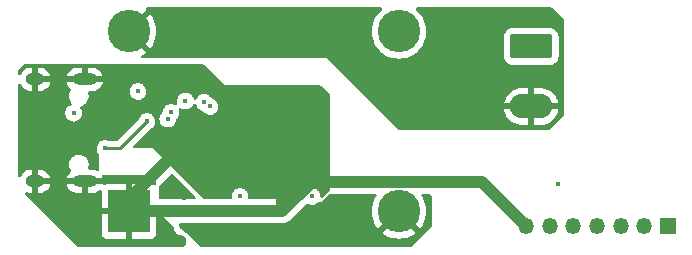
<source format=gbl>
%TF.GenerationSoftware,KiCad,Pcbnew,6.0.0*%
%TF.CreationDate,2021-12-30T08:36:24-05:00*%
%TF.ProjectId,usb_pd_sink_fixed,7573625f-7064-45f7-9369-6e6b5f666978,rev?*%
%TF.SameCoordinates,Original*%
%TF.FileFunction,Copper,L4,Bot*%
%TF.FilePolarity,Positive*%
%FSLAX46Y46*%
G04 Gerber Fmt 4.6, Leading zero omitted, Abs format (unit mm)*
G04 Created by KiCad (PCBNEW 6.0.0) date 2021-12-30 08:36:24*
%MOMM*%
%LPD*%
G01*
G04 APERTURE LIST*
G04 Aperture macros list*
%AMRoundRect*
0 Rectangle with rounded corners*
0 $1 Rounding radius*
0 $2 $3 $4 $5 $6 $7 $8 $9 X,Y pos of 4 corners*
0 Add a 4 corners polygon primitive as box body*
4,1,4,$2,$3,$4,$5,$6,$7,$8,$9,$2,$3,0*
0 Add four circle primitives for the rounded corners*
1,1,$1+$1,$2,$3*
1,1,$1+$1,$4,$5*
1,1,$1+$1,$6,$7*
1,1,$1+$1,$8,$9*
0 Add four rect primitives between the rounded corners*
20,1,$1+$1,$2,$3,$4,$5,0*
20,1,$1+$1,$4,$5,$6,$7,0*
20,1,$1+$1,$6,$7,$8,$9,0*
20,1,$1+$1,$8,$9,$2,$3,0*%
G04 Aperture macros list end*
%TA.AperFunction,ComponentPad*%
%ADD10O,1.600000X1.000000*%
%TD*%
%TA.AperFunction,ComponentPad*%
%ADD11O,2.100000X1.000000*%
%TD*%
%TA.AperFunction,ComponentPad*%
%ADD12RoundRect,0.249999X-1.550001X0.790001X-1.550001X-0.790001X1.550001X-0.790001X1.550001X0.790001X0*%
%TD*%
%TA.AperFunction,ComponentPad*%
%ADD13O,3.600000X2.080000*%
%TD*%
%TA.AperFunction,ComponentPad*%
%ADD14R,3.600000X3.600000*%
%TD*%
%TA.AperFunction,ComponentPad*%
%ADD15C,3.600000*%
%TD*%
%TA.AperFunction,ComponentPad*%
%ADD16R,1.350000X1.350000*%
%TD*%
%TA.AperFunction,ComponentPad*%
%ADD17O,1.350000X1.350000*%
%TD*%
%TA.AperFunction,ViaPad*%
%ADD18C,0.400000*%
%TD*%
%TA.AperFunction,Conductor*%
%ADD19C,0.500000*%
%TD*%
%TA.AperFunction,Conductor*%
%ADD20C,1.000000*%
%TD*%
%TA.AperFunction,Conductor*%
%ADD21C,0.250000*%
%TD*%
G04 APERTURE END LIST*
D10*
%TO.P,J1,S1,SHIELD*%
%TO.N,GND*%
X52265000Y-74420000D03*
D11*
X56445000Y-74420000D03*
D10*
X52265000Y-83060000D03*
D11*
X56445000Y-83060000D03*
%TD*%
D12*
%TO.P,J2,1,Pin_1*%
%TO.N,VBUS_OUT*%
X94266500Y-71628000D03*
D13*
%TO.P,J2,2,Pin_2*%
%TO.N,GND2*%
X94266500Y-76708000D03*
%TD*%
D14*
%TO.P,T1,1,AA*%
%TO.N,GND*%
X60198000Y-85593000D03*
D15*
%TO.P,T1,2,AB*%
%TO.N,GND2*%
X60198000Y-70353000D03*
%TO.P,T1,3,SA*%
%TO.N,VBUS_OUT*%
X83058000Y-70353000D03*
%TO.P,T1,4,SB*%
%TO.N,VBUS_IN*%
X83058000Y-85593000D03*
%TD*%
D16*
%TO.P,J3,1,Pin_1*%
%TO.N,+3V3*%
X105822000Y-86868000D03*
D17*
%TO.P,J3,2,Pin_2*%
%TO.N,HPI_INT*%
X103822000Y-86868000D03*
%TO.P,J3,3,Pin_3*%
%TO.N,GPIO_1*%
X101822000Y-86868000D03*
%TO.P,J3,4,Pin_4*%
%TO.N,FLIP*%
X99822000Y-86868000D03*
%TO.P,J3,5,Pin_5*%
%TO.N,HPI_SDA*%
X97822000Y-86868000D03*
%TO.P,J3,6,Pin_6*%
%TO.N,HPI_SCL*%
X95822000Y-86868000D03*
%TO.P,J3,7,Pin_7*%
%TO.N,GND*%
X93822000Y-86868000D03*
%TD*%
D18*
%TO.N,VBUS_IN*%
X63516500Y-83062266D03*
X55510987Y-77273286D03*
X64892734Y-84459266D03*
X60960000Y-75438000D03*
X64716264Y-86921737D03*
%TO.N,GND*%
X65532000Y-79248000D03*
X70612000Y-76454000D03*
X70104000Y-82025500D03*
X73152000Y-84074000D03*
X65532000Y-79248000D03*
X70612000Y-78486000D03*
X65532000Y-78486000D03*
X70612000Y-80518000D03*
X65532000Y-79248000D03*
%TO.N,+3V3*%
X96520000Y-83312000D03*
X75692000Y-84328000D03*
X69596000Y-84328000D03*
%TO.N,CC2*%
X61722000Y-77978000D03*
X58166000Y-80264000D03*
%TO.N,HPI_INT*%
X67056000Y-76708000D03*
%TO.N,GPIO_1*%
X66562797Y-76367185D03*
%TO.N,FLIP*%
X64978873Y-76251498D03*
%TO.N,HPI_SDA*%
X63754000Y-77216000D03*
%TO.N,HPI_SCL*%
X63485894Y-77752211D03*
%TD*%
D19*
%TO.N,GND*%
X70612000Y-80518000D02*
X70612000Y-81517500D01*
D20*
X90047489Y-83093489D02*
X75654409Y-83093489D01*
X93822000Y-86868000D02*
X90047489Y-83093489D01*
X73154898Y-85593000D02*
X60198000Y-85593000D01*
X70612000Y-81534000D02*
X73152000Y-84074000D01*
D19*
X70612000Y-78486000D02*
X70612000Y-80518000D01*
D20*
X70612000Y-80518000D02*
X70612000Y-81534000D01*
X73152000Y-84074000D02*
X73152000Y-85590102D01*
X60198000Y-84582000D02*
X61722000Y-83058000D01*
X60198000Y-85593000D02*
X60198000Y-84582000D01*
X75654409Y-83093489D02*
X73154898Y-85593000D01*
D19*
X70612000Y-81517500D02*
X70104000Y-82025500D01*
D20*
X73152000Y-85590102D02*
X73154898Y-85593000D01*
D19*
X70612000Y-76454000D02*
X70612000Y-78486000D01*
D20*
X65532000Y-79248000D02*
X61722000Y-83058000D01*
D21*
%TO.N,CC2*%
X59436000Y-80264000D02*
X61722000Y-77978000D01*
X58166000Y-80264000D02*
X59436000Y-80264000D01*
%TD*%
%TA.AperFunction,Conductor*%
%TO.N,GND*%
G36*
X66563931Y-73172002D02*
G01*
X66584905Y-73188905D01*
X68326000Y-74930000D01*
X76401810Y-74930000D01*
X76469931Y-74950002D01*
X76490905Y-74966905D01*
X77179095Y-75655095D01*
X77213121Y-75717407D01*
X77216000Y-75744190D01*
X77216000Y-83767810D01*
X77195998Y-83835931D01*
X77179095Y-83856905D01*
X76620625Y-84415375D01*
X76558313Y-84449401D01*
X76487498Y-84444336D01*
X76430662Y-84401789D01*
X76405721Y-84333209D01*
X76405661Y-84332115D01*
X76405704Y-84328000D01*
X76403888Y-84312995D01*
X76386015Y-84165299D01*
X76386014Y-84165296D01*
X76385102Y-84157758D01*
X76345967Y-84054188D01*
X76327171Y-84004447D01*
X76324487Y-83997344D01*
X76257413Y-83899751D01*
X76231659Y-83862278D01*
X76231658Y-83862276D01*
X76227357Y-83856019D01*
X76221686Y-83850966D01*
X76104993Y-83746996D01*
X76104990Y-83746994D01*
X76099321Y-83741943D01*
X76091325Y-83737709D01*
X75954481Y-83665254D01*
X75954482Y-83665254D01*
X75947769Y-83661700D01*
X75877406Y-83644026D01*
X75788822Y-83621775D01*
X75788818Y-83621775D01*
X75781451Y-83619924D01*
X75773852Y-83619884D01*
X75773850Y-83619884D01*
X75702394Y-83619510D01*
X75609969Y-83619026D01*
X75602589Y-83620798D01*
X75602587Y-83620798D01*
X75450602Y-83657286D01*
X75450598Y-83657287D01*
X75443223Y-83659058D01*
X75290839Y-83737709D01*
X75161615Y-83850439D01*
X75063010Y-83990739D01*
X75034008Y-84065124D01*
X75007004Y-84134387D01*
X75000718Y-84150509D01*
X74999726Y-84158042D01*
X74999726Y-84158043D01*
X74983437Y-84281775D01*
X74978335Y-84320526D01*
X74987307Y-84401789D01*
X74991765Y-84442173D01*
X74979359Y-84512078D01*
X74931129Y-84564178D01*
X74866526Y-84582000D01*
X70420727Y-84582000D01*
X70352606Y-84561998D01*
X70306113Y-84508342D01*
X70295984Y-84438247D01*
X70308966Y-84347031D01*
X70308966Y-84347027D01*
X70309547Y-84342947D01*
X70309621Y-84335857D01*
X70309661Y-84332133D01*
X70309661Y-84332127D01*
X70309704Y-84328000D01*
X70304110Y-84281775D01*
X70290015Y-84165299D01*
X70290014Y-84165296D01*
X70289102Y-84157758D01*
X70249967Y-84054188D01*
X70231171Y-84004447D01*
X70228487Y-83997344D01*
X70161413Y-83899751D01*
X70135659Y-83862278D01*
X70135658Y-83862276D01*
X70131357Y-83856019D01*
X70125686Y-83850966D01*
X70008993Y-83746996D01*
X70008990Y-83746994D01*
X70003321Y-83741943D01*
X69995325Y-83737709D01*
X69858481Y-83665254D01*
X69858482Y-83665254D01*
X69851769Y-83661700D01*
X69781406Y-83644026D01*
X69692822Y-83621775D01*
X69692818Y-83621775D01*
X69685451Y-83619924D01*
X69677852Y-83619884D01*
X69677850Y-83619884D01*
X69606394Y-83619510D01*
X69513969Y-83619026D01*
X69506589Y-83620798D01*
X69506587Y-83620798D01*
X69354602Y-83657286D01*
X69354598Y-83657287D01*
X69347223Y-83659058D01*
X69194839Y-83737709D01*
X69065615Y-83850439D01*
X68967010Y-83990739D01*
X68938008Y-84065124D01*
X68911004Y-84134387D01*
X68904718Y-84150509D01*
X68903726Y-84158042D01*
X68903726Y-84158043D01*
X68887437Y-84281775D01*
X68882335Y-84320526D01*
X68891307Y-84401789D01*
X68895765Y-84442173D01*
X68883359Y-84512078D01*
X68835129Y-84564178D01*
X68770526Y-84582000D01*
X66600190Y-84582000D01*
X66532069Y-84561998D01*
X66511095Y-84545095D01*
X62230000Y-80264000D01*
X60636094Y-80264000D01*
X60567973Y-80243998D01*
X60521480Y-80190342D01*
X60511376Y-80120068D01*
X60540870Y-80055488D01*
X60546999Y-80048905D01*
X61918224Y-78677680D01*
X61961963Y-78649921D01*
X61963759Y-78649510D01*
X62116958Y-78572459D01*
X62122729Y-78567530D01*
X62122732Y-78567528D01*
X62241578Y-78466023D01*
X62247355Y-78461089D01*
X62327123Y-78350082D01*
X62342992Y-78327998D01*
X62342993Y-78327997D01*
X62347424Y-78321830D01*
X62411385Y-78162720D01*
X62423695Y-78076226D01*
X62434966Y-77997031D01*
X62434966Y-77997027D01*
X62435547Y-77992947D01*
X62435704Y-77978000D01*
X62427189Y-77907636D01*
X62416015Y-77815299D01*
X62416014Y-77815296D01*
X62415102Y-77807758D01*
X62402624Y-77774734D01*
X62391289Y-77744737D01*
X62772229Y-77744737D01*
X62791047Y-77915186D01*
X62793656Y-77922317D01*
X62793657Y-77922319D01*
X62814907Y-77980387D01*
X62849979Y-78076226D01*
X62945624Y-78218560D01*
X63072459Y-78333971D01*
X63223162Y-78415796D01*
X63389033Y-78459312D01*
X63476480Y-78460685D01*
X63552897Y-78461886D01*
X63552900Y-78461886D01*
X63560496Y-78462005D01*
X63567900Y-78460309D01*
X63567902Y-78460309D01*
X63630740Y-78445917D01*
X63727653Y-78423721D01*
X63880852Y-78346670D01*
X63886623Y-78341741D01*
X63886626Y-78341739D01*
X64005472Y-78240234D01*
X64011249Y-78235300D01*
X64111318Y-78096041D01*
X64175279Y-77936931D01*
X64184640Y-77871157D01*
X64192703Y-77814504D01*
X64222104Y-77749881D01*
X64235615Y-77736447D01*
X64273578Y-77704023D01*
X64279355Y-77699089D01*
X64379424Y-77559830D01*
X64443385Y-77400720D01*
X64447257Y-77373511D01*
X64466966Y-77235031D01*
X64466966Y-77235027D01*
X64467547Y-77230947D01*
X64467704Y-77216000D01*
X64454947Y-77110585D01*
X64448015Y-77053299D01*
X64448014Y-77053296D01*
X64447102Y-77045758D01*
X64444363Y-77038509D01*
X64435292Y-77014502D01*
X64429924Y-76943708D01*
X64463682Y-76881251D01*
X64525849Y-76846960D01*
X64596685Y-76851722D01*
X64613279Y-76859234D01*
X64716141Y-76915083D01*
X64882012Y-76958599D01*
X64969459Y-76959972D01*
X65045876Y-76961173D01*
X65045879Y-76961173D01*
X65053475Y-76961292D01*
X65060879Y-76959596D01*
X65060881Y-76959596D01*
X65134958Y-76942630D01*
X65220632Y-76923008D01*
X65373831Y-76845957D01*
X65379602Y-76841028D01*
X65379605Y-76841026D01*
X65498451Y-76739521D01*
X65504228Y-76734587D01*
X65592968Y-76611094D01*
X65599865Y-76601496D01*
X65599866Y-76601495D01*
X65604297Y-76595328D01*
X65607128Y-76588284D01*
X65607132Y-76588278D01*
X65632446Y-76525307D01*
X65676413Y-76469563D01*
X65743538Y-76446438D01*
X65812509Y-76463275D01*
X65861429Y-76514728D01*
X65867203Y-76530433D01*
X65867950Y-76530160D01*
X65926882Y-76691200D01*
X65931119Y-76697506D01*
X65931121Y-76697509D01*
X65962375Y-76744019D01*
X66022527Y-76833534D01*
X66042515Y-76851722D01*
X66143607Y-76943708D01*
X66149362Y-76948945D01*
X66300065Y-77030770D01*
X66398704Y-77056648D01*
X66459519Y-77093282D01*
X66471311Y-77108248D01*
X66500997Y-77152425D01*
X66515730Y-77174349D01*
X66561504Y-77216000D01*
X66636354Y-77284108D01*
X66642565Y-77289760D01*
X66793268Y-77371585D01*
X66959139Y-77415101D01*
X67046586Y-77416474D01*
X67123003Y-77417675D01*
X67123006Y-77417675D01*
X67130602Y-77417794D01*
X67138006Y-77416098D01*
X67138008Y-77416098D01*
X67240177Y-77392698D01*
X67297759Y-77379510D01*
X67450958Y-77302459D01*
X67456729Y-77297530D01*
X67456732Y-77297528D01*
X67575578Y-77196023D01*
X67581355Y-77191089D01*
X67681424Y-77051830D01*
X67745385Y-76892720D01*
X67767342Y-76738439D01*
X67768966Y-76727031D01*
X67768966Y-76727027D01*
X67769547Y-76722947D01*
X67769704Y-76708000D01*
X67764923Y-76668489D01*
X67750015Y-76545299D01*
X67750014Y-76545296D01*
X67749102Y-76537758D01*
X67744398Y-76525307D01*
X67691171Y-76384447D01*
X67688487Y-76377344D01*
X67602048Y-76251574D01*
X67595659Y-76242278D01*
X67595658Y-76242276D01*
X67591357Y-76236019D01*
X67501510Y-76155968D01*
X67468993Y-76126996D01*
X67468990Y-76126994D01*
X67463321Y-76121943D01*
X67311769Y-76041700D01*
X67304406Y-76039851D01*
X67304402Y-76039849D01*
X67221453Y-76019014D01*
X67160257Y-75983019D01*
X67148308Y-75968178D01*
X67115944Y-75921089D01*
X67098154Y-75895204D01*
X66994889Y-75803198D01*
X66975790Y-75786181D01*
X66975787Y-75786179D01*
X66970118Y-75781128D01*
X66962122Y-75776894D01*
X66847024Y-75715953D01*
X66818566Y-75700885D01*
X66800993Y-75696471D01*
X66659619Y-75660960D01*
X66659615Y-75660960D01*
X66652248Y-75659109D01*
X66644649Y-75659069D01*
X66644647Y-75659069D01*
X66573191Y-75658695D01*
X66480766Y-75658211D01*
X66473386Y-75659983D01*
X66473384Y-75659983D01*
X66321399Y-75696471D01*
X66321395Y-75696472D01*
X66314020Y-75698243D01*
X66161636Y-75776894D01*
X66032412Y-75889624D01*
X65933807Y-76029924D01*
X65929216Y-76041700D01*
X65909583Y-76092055D01*
X65866202Y-76148256D01*
X65799322Y-76172082D01*
X65730179Y-76155968D01*
X65680723Y-76105030D01*
X65672106Y-76082339D01*
X65671975Y-76081256D01*
X65611360Y-75920842D01*
X65594175Y-75895838D01*
X65518532Y-75785776D01*
X65518531Y-75785774D01*
X65514230Y-75779517D01*
X65508559Y-75774464D01*
X65391866Y-75670494D01*
X65391863Y-75670492D01*
X65386194Y-75665441D01*
X65378198Y-75661207D01*
X65241354Y-75588752D01*
X65241355Y-75588752D01*
X65234642Y-75585198D01*
X65217069Y-75580784D01*
X65075695Y-75545273D01*
X65075691Y-75545273D01*
X65068324Y-75543422D01*
X65060725Y-75543382D01*
X65060723Y-75543382D01*
X64989267Y-75543008D01*
X64896842Y-75542524D01*
X64889462Y-75544296D01*
X64889460Y-75544296D01*
X64737475Y-75580784D01*
X64737471Y-75580785D01*
X64730096Y-75582556D01*
X64577712Y-75661207D01*
X64448488Y-75773937D01*
X64349883Y-75914237D01*
X64328852Y-75968178D01*
X64300909Y-76039849D01*
X64287591Y-76074007D01*
X64286599Y-76081540D01*
X64286599Y-76081541D01*
X64266262Y-76236019D01*
X64265208Y-76244024D01*
X64273467Y-76318836D01*
X64282799Y-76403356D01*
X64284026Y-76414473D01*
X64298513Y-76454061D01*
X64303140Y-76524905D01*
X64268730Y-76587006D01*
X64206208Y-76620645D01*
X64135425Y-76615142D01*
X64121237Y-76608720D01*
X64009769Y-76549700D01*
X63962226Y-76537758D01*
X63850822Y-76509775D01*
X63850818Y-76509775D01*
X63843451Y-76507924D01*
X63835852Y-76507884D01*
X63835850Y-76507884D01*
X63764394Y-76507510D01*
X63671969Y-76507026D01*
X63664589Y-76508798D01*
X63664587Y-76508798D01*
X63512602Y-76545286D01*
X63512598Y-76545287D01*
X63505223Y-76547058D01*
X63352839Y-76625709D01*
X63223615Y-76738439D01*
X63125010Y-76878739D01*
X63062718Y-77038509D01*
X63061726Y-77046042D01*
X63061726Y-77046043D01*
X63047721Y-77152425D01*
X63018999Y-77217352D01*
X63005629Y-77230927D01*
X62955509Y-77274650D01*
X62856904Y-77414950D01*
X62854144Y-77422030D01*
X62798013Y-77565998D01*
X62794612Y-77574720D01*
X62793620Y-77582253D01*
X62793620Y-77582254D01*
X62773731Y-77733329D01*
X62772229Y-77744737D01*
X62391289Y-77744737D01*
X62357171Y-77654447D01*
X62354487Y-77647344D01*
X62328870Y-77610071D01*
X62261659Y-77512278D01*
X62261658Y-77512276D01*
X62257357Y-77506019D01*
X62251686Y-77500966D01*
X62134993Y-77396996D01*
X62134990Y-77396994D01*
X62129321Y-77391943D01*
X62121325Y-77387709D01*
X61984481Y-77315254D01*
X61984482Y-77315254D01*
X61977769Y-77311700D01*
X61921348Y-77297528D01*
X61818822Y-77271775D01*
X61818818Y-77271775D01*
X61811451Y-77269924D01*
X61803852Y-77269884D01*
X61803850Y-77269884D01*
X61732394Y-77269510D01*
X61639969Y-77269026D01*
X61632589Y-77270798D01*
X61632587Y-77270798D01*
X61480602Y-77307286D01*
X61480598Y-77307287D01*
X61473223Y-77309058D01*
X61320839Y-77387709D01*
X61191615Y-77500439D01*
X61093010Y-77640739D01*
X61057659Y-77731409D01*
X61029361Y-77774734D01*
X59210500Y-79593595D01*
X59148188Y-79627621D01*
X59121405Y-79630500D01*
X58515015Y-79630500D01*
X58456059Y-79615856D01*
X58421769Y-79597700D01*
X58411251Y-79595058D01*
X58262822Y-79557775D01*
X58262818Y-79557775D01*
X58255451Y-79555924D01*
X58247852Y-79555884D01*
X58247850Y-79555884D01*
X58176394Y-79555510D01*
X58083969Y-79555026D01*
X58076589Y-79556798D01*
X58076587Y-79556798D01*
X57924602Y-79593286D01*
X57924598Y-79593287D01*
X57917223Y-79595058D01*
X57764839Y-79673709D01*
X57635615Y-79786439D01*
X57537010Y-79926739D01*
X57534250Y-79933819D01*
X57486813Y-80055488D01*
X57474718Y-80086509D01*
X57452335Y-80256526D01*
X57471153Y-80426975D01*
X57530085Y-80588015D01*
X57625730Y-80730349D01*
X57628145Y-80732547D01*
X57656751Y-80795502D01*
X57658000Y-80813196D01*
X57658000Y-82042000D01*
X57659585Y-82043585D01*
X57659585Y-82100277D01*
X57621202Y-82160004D01*
X57556622Y-82189497D01*
X57486348Y-82179394D01*
X57477988Y-82175194D01*
X57399415Y-82131998D01*
X57388142Y-82127166D01*
X57211462Y-82071120D01*
X57199468Y-82068570D01*
X57055239Y-82052393D01*
X57048215Y-82052000D01*
X56860023Y-82052000D01*
X56791902Y-82031998D01*
X56745409Y-81978342D01*
X56735305Y-81908068D01*
X56743034Y-81879208D01*
X56749995Y-81861803D01*
X56752530Y-81855466D01*
X56753644Y-81848738D01*
X56753645Y-81848734D01*
X56780993Y-81683539D01*
X56780993Y-81683536D01*
X56782108Y-81676802D01*
X56777203Y-81583198D01*
X56772987Y-81502766D01*
X56772630Y-81495953D01*
X56749304Y-81411266D01*
X56726352Y-81327941D01*
X56724539Y-81321359D01*
X56640078Y-81161164D01*
X56635673Y-81155951D01*
X56635670Y-81155947D01*
X56527594Y-81028057D01*
X56527590Y-81028053D01*
X56523187Y-81022843D01*
X56459034Y-80973794D01*
X56384743Y-80916994D01*
X56384739Y-80916991D01*
X56379322Y-80912850D01*
X56274186Y-80863825D01*
X56221369Y-80839195D01*
X56221366Y-80839194D01*
X56215192Y-80836315D01*
X56208544Y-80834829D01*
X56208541Y-80834828D01*
X56043494Y-80797936D01*
X56043495Y-80797936D01*
X56038457Y-80796810D01*
X56032912Y-80796500D01*
X55899756Y-80796500D01*
X55764963Y-80811143D01*
X55649449Y-80850018D01*
X55599796Y-80866728D01*
X55599794Y-80866729D01*
X55593325Y-80868906D01*
X55438095Y-80962177D01*
X55433138Y-80966865D01*
X55433135Y-80966867D01*
X55428658Y-80971101D01*
X55306515Y-81086607D01*
X55302683Y-81092245D01*
X55302680Y-81092249D01*
X55251740Y-81167205D01*
X55204723Y-81236388D01*
X55137470Y-81404534D01*
X55136356Y-81411262D01*
X55136355Y-81411266D01*
X55109007Y-81576461D01*
X55107892Y-81583198D01*
X55108249Y-81590015D01*
X55108249Y-81590019D01*
X55113151Y-81683539D01*
X55117370Y-81764047D01*
X55119181Y-81770620D01*
X55119181Y-81770623D01*
X55142551Y-81855466D01*
X55165461Y-81938641D01*
X55249922Y-82098836D01*
X55254329Y-82104051D01*
X55254331Y-82104054D01*
X55260451Y-82111295D01*
X55289145Y-82176235D01*
X55278175Y-82246378D01*
X55243852Y-82290269D01*
X55186067Y-82337397D01*
X55177363Y-82346041D01*
X55059216Y-82488856D01*
X55052356Y-82499027D01*
X54964196Y-82662076D01*
X54959444Y-82673381D01*
X54923750Y-82788692D01*
X54923544Y-82802795D01*
X54930299Y-82806000D01*
X57952924Y-82806000D01*
X57966455Y-82802027D01*
X57967575Y-82794232D01*
X57935862Y-82686479D01*
X57931269Y-82675111D01*
X57918545Y-82650772D01*
X57904711Y-82581137D01*
X57930721Y-82515076D01*
X57988317Y-82473564D01*
X58059213Y-82469781D01*
X58119302Y-82503302D01*
X58166000Y-82550000D01*
X61923810Y-82550000D01*
X61991931Y-82570002D01*
X62012905Y-82586905D01*
X62447095Y-83021095D01*
X62481121Y-83083407D01*
X62484000Y-83110190D01*
X62484000Y-83270461D01*
X62463998Y-83338582D01*
X62410342Y-83385075D01*
X62340068Y-83395179D01*
X62282435Y-83371287D01*
X62251649Y-83348214D01*
X62236054Y-83339676D01*
X62115606Y-83294522D01*
X62100351Y-83290895D01*
X62049486Y-83285369D01*
X62042672Y-83285000D01*
X60470115Y-83285000D01*
X60454876Y-83289475D01*
X60453671Y-83290865D01*
X60452000Y-83298548D01*
X60452000Y-85320885D01*
X60456475Y-85336124D01*
X60457865Y-85337329D01*
X60465548Y-85339000D01*
X62437324Y-85339000D01*
X62496324Y-85356324D01*
X63966585Y-86826585D01*
X64000611Y-86888897D01*
X64002939Y-86911679D01*
X64002599Y-86914263D01*
X64021417Y-87084712D01*
X64024026Y-87091843D01*
X64024027Y-87091845D01*
X64047066Y-87154801D01*
X64080349Y-87245752D01*
X64175994Y-87388086D01*
X64181610Y-87393196D01*
X64293877Y-87495351D01*
X64302829Y-87503497D01*
X64453532Y-87585322D01*
X64619403Y-87628838D01*
X64720194Y-87630421D01*
X64787992Y-87651490D01*
X64807310Y-87667310D01*
X64987095Y-87847095D01*
X65021121Y-87909407D01*
X65024000Y-87936190D01*
X65024000Y-88339810D01*
X65003998Y-88407931D01*
X64987095Y-88428905D01*
X64806905Y-88609095D01*
X64744593Y-88643121D01*
X64717810Y-88646000D01*
X55932190Y-88646000D01*
X55864069Y-88625998D01*
X55843095Y-88609095D01*
X54671669Y-87437669D01*
X57890001Y-87437669D01*
X57890371Y-87444490D01*
X57895895Y-87495352D01*
X57899521Y-87510604D01*
X57944676Y-87631054D01*
X57953214Y-87646649D01*
X58029715Y-87748724D01*
X58042276Y-87761285D01*
X58144351Y-87837786D01*
X58159946Y-87846324D01*
X58280394Y-87891478D01*
X58295649Y-87895105D01*
X58346514Y-87900631D01*
X58353328Y-87901000D01*
X59925885Y-87901000D01*
X59941124Y-87896525D01*
X59942329Y-87895135D01*
X59944000Y-87887452D01*
X59944000Y-87882884D01*
X60452000Y-87882884D01*
X60456475Y-87898123D01*
X60457865Y-87899328D01*
X60465548Y-87900999D01*
X62042669Y-87900999D01*
X62049490Y-87900629D01*
X62100352Y-87895105D01*
X62115604Y-87891479D01*
X62236054Y-87846324D01*
X62251649Y-87837786D01*
X62353724Y-87761285D01*
X62366285Y-87748724D01*
X62442786Y-87646649D01*
X62451324Y-87631054D01*
X62496478Y-87510606D01*
X62500105Y-87495351D01*
X62505631Y-87444486D01*
X62506000Y-87437672D01*
X62505999Y-85865115D01*
X62501524Y-85849876D01*
X62500134Y-85848671D01*
X62492451Y-85847000D01*
X60470115Y-85847000D01*
X60454876Y-85851475D01*
X60453671Y-85852865D01*
X60452000Y-85860548D01*
X60452000Y-87882884D01*
X59944000Y-87882884D01*
X59944000Y-85865115D01*
X59939525Y-85849876D01*
X59938135Y-85848671D01*
X59930452Y-85847000D01*
X57908116Y-85847000D01*
X57892877Y-85851475D01*
X57891672Y-85852865D01*
X57890001Y-85860548D01*
X57890001Y-87437669D01*
X54671669Y-87437669D01*
X51430699Y-84196699D01*
X51396673Y-84134387D01*
X51401738Y-84063572D01*
X51444285Y-84006736D01*
X51510805Y-83981925D01*
X51565912Y-83991202D01*
X51565985Y-83990971D01*
X51567619Y-83991489D01*
X51569435Y-83991795D01*
X51571862Y-83992835D01*
X51748538Y-84048880D01*
X51760532Y-84051430D01*
X51904761Y-84067607D01*
X51911785Y-84068000D01*
X51992885Y-84068000D01*
X52008124Y-84063525D01*
X52009329Y-84062135D01*
X52011000Y-84054452D01*
X52011000Y-84049885D01*
X52519000Y-84049885D01*
X52523475Y-84065124D01*
X52524865Y-84066329D01*
X52532548Y-84068000D01*
X52611657Y-84068000D01*
X52617805Y-84067699D01*
X52755603Y-84054188D01*
X52767638Y-84051805D01*
X52945076Y-83998233D01*
X52956416Y-83993559D01*
X53120077Y-83906540D01*
X53130294Y-83899751D01*
X53273933Y-83782603D01*
X53282637Y-83773959D01*
X53400784Y-83631144D01*
X53407644Y-83620973D01*
X53495804Y-83457924D01*
X53500556Y-83446619D01*
X53536250Y-83331308D01*
X53536331Y-83325768D01*
X54922425Y-83325768D01*
X54954138Y-83433521D01*
X54958731Y-83444889D01*
X55044607Y-83609154D01*
X55051321Y-83619415D01*
X55167468Y-83763873D01*
X55176046Y-83772632D01*
X55318039Y-83891778D01*
X55328159Y-83898708D01*
X55490585Y-83988002D01*
X55501858Y-83992834D01*
X55678538Y-84048880D01*
X55690532Y-84051430D01*
X55834761Y-84067607D01*
X55841785Y-84068000D01*
X56172885Y-84068000D01*
X56188124Y-84063525D01*
X56189329Y-84062135D01*
X56191000Y-84054452D01*
X56191000Y-84049885D01*
X56699000Y-84049885D01*
X56703475Y-84065124D01*
X56704865Y-84066329D01*
X56712548Y-84068000D01*
X57041657Y-84068000D01*
X57047805Y-84067699D01*
X57185603Y-84054188D01*
X57197638Y-84051805D01*
X57375076Y-83998233D01*
X57386416Y-83993559D01*
X57550077Y-83906540D01*
X57560294Y-83899751D01*
X57684364Y-83798563D01*
X57749796Y-83771009D01*
X57819737Y-83783205D01*
X57871983Y-83831277D01*
X57890000Y-83896206D01*
X57890000Y-85320885D01*
X57894475Y-85336124D01*
X57895865Y-85337329D01*
X57903548Y-85339000D01*
X59925885Y-85339000D01*
X59941124Y-85334525D01*
X59942329Y-85333135D01*
X59944000Y-85325452D01*
X59944000Y-83303116D01*
X59939525Y-83287877D01*
X59938135Y-83286672D01*
X59930452Y-83285001D01*
X58353331Y-83285001D01*
X58346510Y-83285371D01*
X58295648Y-83290895D01*
X58280396Y-83294521D01*
X58159946Y-83339676D01*
X58136483Y-83352522D01*
X58135423Y-83350587D01*
X58080406Y-83371139D01*
X58011024Y-83356084D01*
X57973278Y-83320442D01*
X57959701Y-83314000D01*
X56717115Y-83314000D01*
X56701876Y-83318475D01*
X56700671Y-83319865D01*
X56699000Y-83327548D01*
X56699000Y-84049885D01*
X56191000Y-84049885D01*
X56191000Y-83332115D01*
X56186525Y-83316876D01*
X56185135Y-83315671D01*
X56177452Y-83314000D01*
X54937076Y-83314000D01*
X54923545Y-83317973D01*
X54922425Y-83325768D01*
X53536331Y-83325768D01*
X53536456Y-83317205D01*
X53529701Y-83314000D01*
X52537115Y-83314000D01*
X52521876Y-83318475D01*
X52520671Y-83319865D01*
X52519000Y-83327548D01*
X52519000Y-84049885D01*
X52011000Y-84049885D01*
X52011000Y-82787885D01*
X52519000Y-82787885D01*
X52523475Y-82803124D01*
X52524865Y-82804329D01*
X52532548Y-82806000D01*
X53522924Y-82806000D01*
X53536455Y-82802027D01*
X53537575Y-82794232D01*
X53505862Y-82686479D01*
X53501269Y-82675111D01*
X53415393Y-82510846D01*
X53408679Y-82500585D01*
X53292532Y-82356127D01*
X53283954Y-82347368D01*
X53141961Y-82228222D01*
X53131841Y-82221292D01*
X52969415Y-82131998D01*
X52958142Y-82127166D01*
X52781462Y-82071120D01*
X52769468Y-82068570D01*
X52625239Y-82052393D01*
X52618215Y-82052000D01*
X52537115Y-82052000D01*
X52521876Y-82056475D01*
X52520671Y-82057865D01*
X52519000Y-82065548D01*
X52519000Y-82787885D01*
X52011000Y-82787885D01*
X52011000Y-82070115D01*
X52006525Y-82054876D01*
X52005135Y-82053671D01*
X51997452Y-82052000D01*
X51918343Y-82052000D01*
X51912195Y-82052301D01*
X51774397Y-82065812D01*
X51762362Y-82068195D01*
X51584924Y-82121767D01*
X51573584Y-82126441D01*
X51409923Y-82213460D01*
X51399706Y-82220249D01*
X51256067Y-82337397D01*
X51247363Y-82346041D01*
X51129216Y-82488856D01*
X51122356Y-82499027D01*
X51036836Y-82657193D01*
X50986841Y-82707601D01*
X50917530Y-82722979D01*
X50850908Y-82698443D01*
X50808127Y-82641783D01*
X50800000Y-82597264D01*
X50800000Y-77265812D01*
X54797322Y-77265812D01*
X54802184Y-77309850D01*
X54814569Y-77422030D01*
X54816140Y-77436261D01*
X54818749Y-77443392D01*
X54818750Y-77443394D01*
X54826675Y-77465050D01*
X54875072Y-77597301D01*
X54970717Y-77739635D01*
X55097552Y-77855046D01*
X55248255Y-77936871D01*
X55414126Y-77980387D01*
X55501573Y-77981760D01*
X55577990Y-77982961D01*
X55577993Y-77982961D01*
X55585589Y-77983080D01*
X55592993Y-77981384D01*
X55592995Y-77981384D01*
X55655833Y-77966992D01*
X55752746Y-77944796D01*
X55905945Y-77867745D01*
X55911716Y-77862816D01*
X55911719Y-77862814D01*
X56030565Y-77761309D01*
X56036342Y-77756375D01*
X56136411Y-77617116D01*
X56200372Y-77458006D01*
X56207384Y-77408734D01*
X56223953Y-77292317D01*
X56223953Y-77292313D01*
X56224534Y-77288233D01*
X56224691Y-77273286D01*
X56217922Y-77217352D01*
X56205002Y-77110585D01*
X56205001Y-77110582D01*
X56204089Y-77103044D01*
X56200401Y-77093282D01*
X56146158Y-76949733D01*
X56143474Y-76942630D01*
X56125865Y-76917009D01*
X56081733Y-76852796D01*
X56059633Y-76785327D01*
X56077519Y-76716620D01*
X56129710Y-76668489D01*
X56145383Y-76662010D01*
X56180516Y-76650186D01*
X56296675Y-76611094D01*
X56451905Y-76517823D01*
X56456862Y-76513135D01*
X56456865Y-76513133D01*
X56578527Y-76398082D01*
X56578529Y-76398080D01*
X56583485Y-76393393D01*
X56587317Y-76387755D01*
X56587320Y-76387751D01*
X56681442Y-76249255D01*
X56685277Y-76243612D01*
X56752530Y-76075466D01*
X56753644Y-76068738D01*
X56753645Y-76068734D01*
X56780993Y-75903539D01*
X56780993Y-75903536D01*
X56782108Y-75896802D01*
X56781471Y-75884632D01*
X56772987Y-75722766D01*
X56772630Y-75715953D01*
X56757483Y-75660960D01*
X56746949Y-75622720D01*
X56737237Y-75587459D01*
X56738431Y-75516474D01*
X56777814Y-75457401D01*
X56839383Y-75430526D01*
X60246335Y-75430526D01*
X60249302Y-75457401D01*
X60263804Y-75588752D01*
X60265153Y-75600975D01*
X60267762Y-75608106D01*
X60267763Y-75608108D01*
X60273774Y-75624534D01*
X60324085Y-75762015D01*
X60328322Y-75768321D01*
X60328324Y-75768324D01*
X60372621Y-75834244D01*
X60419730Y-75904349D01*
X60445662Y-75927945D01*
X60499830Y-75977234D01*
X60546565Y-76019760D01*
X60697268Y-76101585D01*
X60863139Y-76145101D01*
X60950586Y-76146474D01*
X61027003Y-76147675D01*
X61027006Y-76147675D01*
X61034602Y-76147794D01*
X61042006Y-76146098D01*
X61042008Y-76146098D01*
X61125411Y-76126996D01*
X61201759Y-76109510D01*
X61354958Y-76032459D01*
X61360729Y-76027530D01*
X61360732Y-76027528D01*
X61479578Y-75926023D01*
X61485355Y-75921089D01*
X61570069Y-75803198D01*
X61580992Y-75787998D01*
X61580993Y-75787997D01*
X61585424Y-75781830D01*
X61649385Y-75622720D01*
X61660793Y-75542564D01*
X61672966Y-75457031D01*
X61672966Y-75457027D01*
X61673547Y-75452947D01*
X61673704Y-75438000D01*
X61662813Y-75348002D01*
X61654015Y-75275299D01*
X61654014Y-75275296D01*
X61653102Y-75267758D01*
X61650077Y-75259751D01*
X61595171Y-75114447D01*
X61592487Y-75107344D01*
X61557416Y-75056315D01*
X61499659Y-74972278D01*
X61499658Y-74972276D01*
X61495357Y-74966019D01*
X61489686Y-74960966D01*
X61372993Y-74856996D01*
X61372990Y-74856994D01*
X61367321Y-74851943D01*
X61359325Y-74847709D01*
X61278452Y-74804889D01*
X61215769Y-74771700D01*
X61198196Y-74767286D01*
X61056822Y-74731775D01*
X61056818Y-74731775D01*
X61049451Y-74729924D01*
X61041852Y-74729884D01*
X61041850Y-74729884D01*
X60970394Y-74729510D01*
X60877969Y-74729026D01*
X60870589Y-74730798D01*
X60870587Y-74730798D01*
X60718602Y-74767286D01*
X60718598Y-74767287D01*
X60711223Y-74769058D01*
X60558839Y-74847709D01*
X60429615Y-74960439D01*
X60331010Y-75100739D01*
X60318058Y-75133959D01*
X60275606Y-75242843D01*
X60268718Y-75260509D01*
X60267726Y-75268042D01*
X60267726Y-75268043D01*
X60247440Y-75422135D01*
X60246335Y-75430526D01*
X56839383Y-75430526D01*
X56842881Y-75428999D01*
X56858713Y-75428000D01*
X57041657Y-75428000D01*
X57047805Y-75427699D01*
X57185603Y-75414188D01*
X57197638Y-75411805D01*
X57375076Y-75358233D01*
X57386416Y-75353559D01*
X57550077Y-75266540D01*
X57560294Y-75259751D01*
X57703933Y-75142603D01*
X57712637Y-75133959D01*
X57830784Y-74991144D01*
X57837644Y-74980973D01*
X57925804Y-74817924D01*
X57930556Y-74806619D01*
X57966250Y-74691308D01*
X57966456Y-74677205D01*
X57959701Y-74674000D01*
X54937076Y-74674000D01*
X54923545Y-74677973D01*
X54922425Y-74685768D01*
X54954138Y-74793521D01*
X54958731Y-74804889D01*
X55044607Y-74969154D01*
X55051321Y-74979415D01*
X55167468Y-75123873D01*
X55176046Y-75132632D01*
X55247215Y-75192350D01*
X55286542Y-75251459D01*
X55287668Y-75322447D01*
X55270436Y-75359695D01*
X55227417Y-75422995D01*
X55204723Y-75456388D01*
X55137470Y-75624534D01*
X55136356Y-75631262D01*
X55136355Y-75631266D01*
X55110776Y-75785776D01*
X55107892Y-75803198D01*
X55108249Y-75810015D01*
X55108249Y-75810019D01*
X55114070Y-75921089D01*
X55117370Y-75984047D01*
X55119181Y-75990620D01*
X55119181Y-75990623D01*
X55163648Y-76152059D01*
X55165461Y-76158641D01*
X55249922Y-76318836D01*
X55254327Y-76324049D01*
X55254330Y-76324053D01*
X55321347Y-76403356D01*
X55350039Y-76468297D01*
X55339066Y-76538441D01*
X55291913Y-76591517D01*
X55269325Y-76602636D01*
X55262210Y-76604344D01*
X55255464Y-76607826D01*
X55255461Y-76607827D01*
X55211150Y-76630698D01*
X55109826Y-76682995D01*
X54980602Y-76795725D01*
X54881997Y-76936025D01*
X54872807Y-76959596D01*
X54834442Y-77057998D01*
X54819705Y-77095795D01*
X54818713Y-77103328D01*
X54818713Y-77103329D01*
X54801915Y-77230927D01*
X54797322Y-77265812D01*
X50800000Y-77265812D01*
X50800000Y-74880348D01*
X50820002Y-74812227D01*
X50873658Y-74765734D01*
X50943932Y-74755630D01*
X51008512Y-74785124D01*
X51037662Y-74821973D01*
X51114606Y-74969154D01*
X51121321Y-74979415D01*
X51237468Y-75123873D01*
X51246046Y-75132632D01*
X51388039Y-75251778D01*
X51398159Y-75258708D01*
X51560585Y-75348002D01*
X51571858Y-75352834D01*
X51748538Y-75408880D01*
X51760532Y-75411430D01*
X51904761Y-75427607D01*
X51911785Y-75428000D01*
X51992885Y-75428000D01*
X52008124Y-75423525D01*
X52009329Y-75422135D01*
X52011000Y-75414452D01*
X52011000Y-75409885D01*
X52519000Y-75409885D01*
X52523475Y-75425124D01*
X52524865Y-75426329D01*
X52532548Y-75428000D01*
X52611657Y-75428000D01*
X52617805Y-75427699D01*
X52755603Y-75414188D01*
X52767638Y-75411805D01*
X52945076Y-75358233D01*
X52956416Y-75353559D01*
X53120077Y-75266540D01*
X53130294Y-75259751D01*
X53273933Y-75142603D01*
X53282637Y-75133959D01*
X53400784Y-74991144D01*
X53407644Y-74980973D01*
X53495804Y-74817924D01*
X53500556Y-74806619D01*
X53536250Y-74691308D01*
X53536456Y-74677205D01*
X53529701Y-74674000D01*
X52537115Y-74674000D01*
X52521876Y-74678475D01*
X52520671Y-74679865D01*
X52519000Y-74687548D01*
X52519000Y-75409885D01*
X52011000Y-75409885D01*
X52011000Y-74147885D01*
X52519000Y-74147885D01*
X52523475Y-74163124D01*
X52524865Y-74164329D01*
X52532548Y-74166000D01*
X53522924Y-74166000D01*
X53533839Y-74162795D01*
X54923544Y-74162795D01*
X54930299Y-74166000D01*
X56172885Y-74166000D01*
X56188124Y-74161525D01*
X56189329Y-74160135D01*
X56191000Y-74152452D01*
X56191000Y-74147885D01*
X56699000Y-74147885D01*
X56703475Y-74163124D01*
X56704865Y-74164329D01*
X56712548Y-74166000D01*
X57952924Y-74166000D01*
X57966455Y-74162027D01*
X57967575Y-74154232D01*
X57935862Y-74046479D01*
X57931269Y-74035111D01*
X57845393Y-73870846D01*
X57838679Y-73860585D01*
X57722532Y-73716127D01*
X57713954Y-73707368D01*
X57571961Y-73588222D01*
X57561841Y-73581292D01*
X57399415Y-73491998D01*
X57388142Y-73487166D01*
X57211462Y-73431120D01*
X57199468Y-73428570D01*
X57055239Y-73412393D01*
X57048215Y-73412000D01*
X56717115Y-73412000D01*
X56701876Y-73416475D01*
X56700671Y-73417865D01*
X56699000Y-73425548D01*
X56699000Y-74147885D01*
X56191000Y-74147885D01*
X56191000Y-73430115D01*
X56186525Y-73414876D01*
X56185135Y-73413671D01*
X56177452Y-73412000D01*
X55848343Y-73412000D01*
X55842195Y-73412301D01*
X55704397Y-73425812D01*
X55692362Y-73428195D01*
X55514924Y-73481767D01*
X55503584Y-73486441D01*
X55339923Y-73573460D01*
X55329706Y-73580249D01*
X55186067Y-73697397D01*
X55177363Y-73706041D01*
X55059216Y-73848856D01*
X55052356Y-73859027D01*
X54964196Y-74022076D01*
X54959444Y-74033381D01*
X54923750Y-74148692D01*
X54923544Y-74162795D01*
X53533839Y-74162795D01*
X53536455Y-74162027D01*
X53537575Y-74154232D01*
X53505862Y-74046479D01*
X53501269Y-74035111D01*
X53415393Y-73870846D01*
X53408679Y-73860585D01*
X53292532Y-73716127D01*
X53283954Y-73707368D01*
X53141961Y-73588222D01*
X53131841Y-73581292D01*
X52969415Y-73491998D01*
X52958142Y-73487166D01*
X52781462Y-73431120D01*
X52769468Y-73428570D01*
X52625239Y-73412393D01*
X52618215Y-73412000D01*
X52537115Y-73412000D01*
X52521876Y-73416475D01*
X52520671Y-73417865D01*
X52519000Y-73425548D01*
X52519000Y-74147885D01*
X52011000Y-74147885D01*
X52011000Y-73430115D01*
X52006525Y-73414876D01*
X52005135Y-73413671D01*
X51997452Y-73412000D01*
X51918343Y-73412000D01*
X51912195Y-73412301D01*
X51774397Y-73425812D01*
X51762362Y-73428195D01*
X51584924Y-73481767D01*
X51573584Y-73486441D01*
X51409923Y-73573460D01*
X51399706Y-73580249D01*
X51256067Y-73697397D01*
X51247363Y-73706041D01*
X51129216Y-73848856D01*
X51122356Y-73859027D01*
X51036836Y-74017193D01*
X50986841Y-74067601D01*
X50917530Y-74082979D01*
X50850908Y-74058443D01*
X50808127Y-74001783D01*
X50800000Y-73957264D01*
X50800000Y-73712190D01*
X50820002Y-73644069D01*
X50836905Y-73623095D01*
X51271095Y-73188905D01*
X51333407Y-73154879D01*
X51360190Y-73152000D01*
X66495810Y-73152000D01*
X66563931Y-73172002D01*
G37*
%TD.AperFunction*%
%TD*%
%TA.AperFunction,Conductor*%
%TO.N,VBUS_IN*%
G36*
X81110846Y-84121991D02*
G01*
X81157339Y-84175647D01*
X81167443Y-84245921D01*
X81147490Y-84297991D01*
X81057219Y-84433091D01*
X81053098Y-84440228D01*
X80922935Y-84704174D01*
X80919785Y-84711778D01*
X80825186Y-84990457D01*
X80823055Y-84998409D01*
X80765640Y-85287056D01*
X80764566Y-85295214D01*
X80745318Y-85588881D01*
X80745318Y-85597119D01*
X80764566Y-85890786D01*
X80765640Y-85898944D01*
X80823055Y-86187591D01*
X80825186Y-86195543D01*
X80919785Y-86474222D01*
X80922935Y-86481826D01*
X81053098Y-86745772D01*
X81057219Y-86752909D01*
X81220719Y-86997605D01*
X81225730Y-87004136D01*
X81242719Y-87023507D01*
X81255956Y-87031903D01*
X81265721Y-87026069D01*
X82968905Y-85322885D01*
X83031217Y-85288859D01*
X83102032Y-85293924D01*
X83147095Y-85322885D01*
X84848525Y-87024315D01*
X84862286Y-87031829D01*
X84871646Y-87025372D01*
X84890270Y-87004136D01*
X84895281Y-86997605D01*
X85058781Y-86752909D01*
X85062902Y-86745772D01*
X85193065Y-86481826D01*
X85196215Y-86474222D01*
X85290814Y-86195543D01*
X85292945Y-86187591D01*
X85350360Y-85898944D01*
X85351434Y-85890786D01*
X85370682Y-85597119D01*
X85370682Y-85588881D01*
X85351434Y-85295214D01*
X85350360Y-85287056D01*
X85292945Y-84998409D01*
X85290814Y-84990457D01*
X85196215Y-84711778D01*
X85193065Y-84704174D01*
X85062902Y-84440228D01*
X85058781Y-84433091D01*
X84968510Y-84297991D01*
X84947295Y-84230238D01*
X84966078Y-84161771D01*
X85018895Y-84114328D01*
X85073275Y-84101989D01*
X85573799Y-84101989D01*
X85641920Y-84121991D01*
X85662894Y-84138894D01*
X85815095Y-84291095D01*
X85849121Y-84353407D01*
X85852000Y-84380190D01*
X85852000Y-86815810D01*
X85831998Y-86883931D01*
X85815095Y-86904905D01*
X84110905Y-88609095D01*
X84048593Y-88643121D01*
X84021810Y-88646000D01*
X66346190Y-88646000D01*
X66278069Y-88625998D01*
X66257095Y-88609095D01*
X65045286Y-87397286D01*
X81619171Y-87397286D01*
X81625628Y-87406646D01*
X81646864Y-87425270D01*
X81653395Y-87430281D01*
X81898091Y-87593781D01*
X81905228Y-87597902D01*
X82169174Y-87728065D01*
X82176778Y-87731215D01*
X82455457Y-87825814D01*
X82463409Y-87827945D01*
X82752056Y-87885360D01*
X82760214Y-87886434D01*
X83053881Y-87905682D01*
X83062119Y-87905682D01*
X83355786Y-87886434D01*
X83363944Y-87885360D01*
X83652591Y-87827945D01*
X83660543Y-87825814D01*
X83939222Y-87731215D01*
X83946826Y-87728065D01*
X84210772Y-87597902D01*
X84217909Y-87593781D01*
X84462605Y-87430281D01*
X84469136Y-87425270D01*
X84488507Y-87408281D01*
X84496903Y-87395044D01*
X84491069Y-87385279D01*
X83070812Y-85965022D01*
X83056868Y-85957408D01*
X83055035Y-85957539D01*
X83048420Y-85961790D01*
X81626685Y-87383525D01*
X81619171Y-87397286D01*
X65045286Y-87397286D01*
X64464595Y-86816595D01*
X64430569Y-86754283D01*
X64435634Y-86683468D01*
X64478181Y-86626632D01*
X64544701Y-86601821D01*
X64553690Y-86601500D01*
X73093055Y-86601500D01*
X73106662Y-86602237D01*
X73138162Y-86605659D01*
X73138165Y-86605659D01*
X73144286Y-86606324D01*
X73147822Y-86606015D01*
X73151360Y-86606374D01*
X73201507Y-86601634D01*
X73203372Y-86601500D01*
X73204667Y-86601500D01*
X73207722Y-86601200D01*
X73207731Y-86601200D01*
X73247404Y-86597310D01*
X73248717Y-86597188D01*
X73335177Y-86589624D01*
X73335181Y-86589623D01*
X73341311Y-86589087D01*
X73344725Y-86588095D01*
X73348260Y-86587761D01*
X73349963Y-86587253D01*
X73351731Y-86587080D01*
X73440732Y-86560209D01*
X73441865Y-86559874D01*
X73470331Y-86551603D01*
X73531234Y-86533909D01*
X73534387Y-86532275D01*
X73537794Y-86531259D01*
X73539369Y-86530429D01*
X73541067Y-86529916D01*
X73551379Y-86524433D01*
X73623158Y-86486269D01*
X73624324Y-86485657D01*
X73701352Y-86445729D01*
X73701356Y-86445726D01*
X73706824Y-86442892D01*
X73709601Y-86440675D01*
X73712744Y-86439018D01*
X73714123Y-86437901D01*
X73715694Y-86437066D01*
X73720269Y-86433334D01*
X73720273Y-86433332D01*
X73754192Y-86405668D01*
X73787816Y-86378245D01*
X73788672Y-86377554D01*
X73827871Y-86346262D01*
X73829695Y-86344438D01*
X73832732Y-86341854D01*
X73861878Y-86318252D01*
X73861882Y-86318248D01*
X73866445Y-86314553D01*
X73867581Y-86313190D01*
X73868960Y-86312065D01*
X73898186Y-86276737D01*
X73906175Y-86267958D01*
X74391245Y-85782888D01*
X75202836Y-84971296D01*
X75265148Y-84937271D01*
X75335963Y-84942335D01*
X75352040Y-84949654D01*
X75429268Y-84991585D01*
X75595139Y-85035101D01*
X75682586Y-85036474D01*
X75759003Y-85037675D01*
X75759006Y-85037675D01*
X75766602Y-85037794D01*
X75774006Y-85036098D01*
X75774008Y-85036098D01*
X75836846Y-85021706D01*
X75933759Y-84999510D01*
X76086958Y-84922459D01*
X76152842Y-84866189D01*
X76217631Y-84837158D01*
X76234672Y-84836000D01*
X76454000Y-84836000D01*
X77151106Y-84138894D01*
X77213418Y-84104868D01*
X77240201Y-84101989D01*
X81042725Y-84101989D01*
X81110846Y-84121991D01*
G37*
%TD.AperFunction*%
%TA.AperFunction,Conductor*%
G36*
X63876149Y-82434251D02*
G01*
X63921212Y-82463212D01*
X65827405Y-84369405D01*
X65861431Y-84431717D01*
X65856366Y-84502532D01*
X65813819Y-84559368D01*
X65747299Y-84584179D01*
X65738310Y-84584500D01*
X62864000Y-84584500D01*
X62795879Y-84564498D01*
X62749386Y-84510842D01*
X62738000Y-84458500D01*
X62738000Y-83520425D01*
X62758002Y-83452304D01*
X62774900Y-83431335D01*
X63743025Y-82463210D01*
X63805334Y-82429187D01*
X63876149Y-82434251D01*
G37*
%TD.AperFunction*%
%TD*%
%TA.AperFunction,Conductor*%
%TO.N,GND2*%
G36*
X81601499Y-68346002D02*
G01*
X81647992Y-68399658D01*
X81658096Y-68469932D01*
X81628602Y-68534512D01*
X81616456Y-68546732D01*
X81422142Y-68717142D01*
X81419433Y-68720231D01*
X81225332Y-68941559D01*
X81225328Y-68941565D01*
X81222614Y-68944659D01*
X81054491Y-69196274D01*
X80920648Y-69467680D01*
X80823376Y-69754234D01*
X80822573Y-69758273D01*
X80822571Y-69758279D01*
X80765143Y-70046991D01*
X80764339Y-70051034D01*
X80764070Y-70055145D01*
X80764069Y-70055149D01*
X80752291Y-70234854D01*
X80744547Y-70353000D01*
X80744817Y-70357119D01*
X80755638Y-70522208D01*
X80764339Y-70654966D01*
X80765143Y-70659006D01*
X80765143Y-70659009D01*
X80822546Y-70947591D01*
X80823376Y-70951766D01*
X80920648Y-71238320D01*
X81054491Y-71509726D01*
X81222614Y-71761341D01*
X81225328Y-71764435D01*
X81225332Y-71764441D01*
X81249351Y-71791829D01*
X81422142Y-71988858D01*
X81425231Y-71991567D01*
X81646559Y-72185668D01*
X81646565Y-72185672D01*
X81649659Y-72188386D01*
X81653085Y-72190675D01*
X81653090Y-72190679D01*
X81841371Y-72316484D01*
X81901273Y-72356509D01*
X81904972Y-72358333D01*
X81904977Y-72358336D01*
X81999591Y-72404994D01*
X82172680Y-72490352D01*
X82176585Y-72491677D01*
X82176586Y-72491678D01*
X82455327Y-72586298D01*
X82455330Y-72586299D01*
X82459234Y-72587624D01*
X82463273Y-72588427D01*
X82463279Y-72588429D01*
X82751991Y-72645857D01*
X82751994Y-72645857D01*
X82756034Y-72646661D01*
X82760145Y-72646930D01*
X82760149Y-72646931D01*
X83053881Y-72666183D01*
X83058000Y-72666453D01*
X83062119Y-72666183D01*
X83355851Y-72646931D01*
X83355855Y-72646930D01*
X83359966Y-72646661D01*
X83364006Y-72645857D01*
X83364009Y-72645857D01*
X83652721Y-72588429D01*
X83652727Y-72588427D01*
X83656766Y-72587624D01*
X83660670Y-72586299D01*
X83660673Y-72586298D01*
X83939414Y-72491678D01*
X83939415Y-72491677D01*
X83943320Y-72490352D01*
X84116409Y-72404994D01*
X84211023Y-72358336D01*
X84211028Y-72358333D01*
X84214727Y-72356509D01*
X84274629Y-72316484D01*
X84462910Y-72190679D01*
X84462915Y-72190675D01*
X84466341Y-72188386D01*
X84469435Y-72185672D01*
X84469441Y-72185668D01*
X84690769Y-71991567D01*
X84693858Y-71988858D01*
X84866649Y-71791829D01*
X84890668Y-71764441D01*
X84890672Y-71764435D01*
X84893386Y-71761341D01*
X85061509Y-71509726D01*
X85195352Y-71238320D01*
X85292624Y-70951766D01*
X85293455Y-70947591D01*
X85325279Y-70787599D01*
X91958000Y-70787599D01*
X91958001Y-72468400D01*
X91968974Y-72574167D01*
X91971158Y-72580713D01*
X92022230Y-72733792D01*
X92024950Y-72741946D01*
X92118021Y-72892349D01*
X92243197Y-73017306D01*
X92393761Y-73110115D01*
X92473504Y-73136564D01*
X92555110Y-73163632D01*
X92555112Y-73163632D01*
X92561638Y-73165797D01*
X92568474Y-73166497D01*
X92568477Y-73166498D01*
X92611530Y-73170909D01*
X92666099Y-73176500D01*
X94254158Y-73176500D01*
X95866900Y-73176499D01*
X95972667Y-73165526D01*
X96131847Y-73112419D01*
X96133502Y-73111867D01*
X96133504Y-73111866D01*
X96140446Y-73109550D01*
X96290849Y-73016479D01*
X96415806Y-72891303D01*
X96508615Y-72740739D01*
X96564297Y-72572862D01*
X96575000Y-72468401D01*
X96574999Y-70787600D01*
X96564026Y-70681833D01*
X96552420Y-70647047D01*
X96510367Y-70520998D01*
X96510366Y-70520996D01*
X96508050Y-70514054D01*
X96414979Y-70363651D01*
X96289803Y-70238694D01*
X96139239Y-70145885D01*
X95978764Y-70092658D01*
X95977890Y-70092368D01*
X95977888Y-70092368D01*
X95971362Y-70090203D01*
X95964526Y-70089503D01*
X95964523Y-70089502D01*
X95921470Y-70085091D01*
X95866901Y-70079500D01*
X94278842Y-70079500D01*
X92666100Y-70079501D01*
X92560333Y-70090474D01*
X92553786Y-70092658D01*
X92553787Y-70092658D01*
X92399498Y-70144133D01*
X92399496Y-70144134D01*
X92392554Y-70146450D01*
X92242151Y-70239521D01*
X92117194Y-70364697D01*
X92024385Y-70515261D01*
X92022081Y-70522208D01*
X91979434Y-70650786D01*
X91968703Y-70683138D01*
X91958000Y-70787599D01*
X85325279Y-70787599D01*
X85350857Y-70659009D01*
X85350857Y-70659006D01*
X85351661Y-70654966D01*
X85360363Y-70522208D01*
X85371183Y-70357119D01*
X85371453Y-70353000D01*
X85363709Y-70234854D01*
X85351931Y-70055149D01*
X85351930Y-70055145D01*
X85351661Y-70051034D01*
X85350857Y-70046991D01*
X85293429Y-69758279D01*
X85293427Y-69758273D01*
X85292624Y-69754234D01*
X85195352Y-69467680D01*
X85061509Y-69196274D01*
X84893386Y-68944659D01*
X84890672Y-68941565D01*
X84890668Y-68941559D01*
X84696567Y-68720231D01*
X84693858Y-68717142D01*
X84499544Y-68546732D01*
X84461517Y-68486778D01*
X84461939Y-68415783D01*
X84500678Y-68356286D01*
X84565433Y-68327178D01*
X84582622Y-68326000D01*
X95959810Y-68326000D01*
X96027931Y-68346002D01*
X96048905Y-68362905D01*
X96991095Y-69305095D01*
X97025121Y-69367407D01*
X97028000Y-69394190D01*
X97028000Y-77417810D01*
X97007998Y-77485931D01*
X96991095Y-77506905D01*
X95794905Y-78703095D01*
X95732593Y-78737121D01*
X95705810Y-78740000D01*
X83110190Y-78740000D01*
X83042069Y-78719998D01*
X83021095Y-78703095D01*
X81297114Y-76979114D01*
X91979507Y-76979114D01*
X91982460Y-77004631D01*
X91984419Y-77014521D01*
X92049489Y-77244476D01*
X92053003Y-77253927D01*
X92154006Y-77470528D01*
X92158985Y-77479292D01*
X92293314Y-77676951D01*
X92299638Y-77684815D01*
X92463836Y-77858451D01*
X92471343Y-77865210D01*
X92661188Y-78010357D01*
X92669667Y-78015821D01*
X92880283Y-78128752D01*
X92889529Y-78132792D01*
X93115487Y-78210596D01*
X93125268Y-78213107D01*
X93361834Y-78253969D01*
X93369706Y-78254824D01*
X93394185Y-78255936D01*
X93397018Y-78256000D01*
X93994385Y-78256000D01*
X94009624Y-78251525D01*
X94010829Y-78250135D01*
X94012500Y-78242452D01*
X94012500Y-78237885D01*
X94520500Y-78237885D01*
X94524975Y-78253124D01*
X94526365Y-78254329D01*
X94534048Y-78256000D01*
X95086572Y-78256000D01*
X95091604Y-78255798D01*
X95269759Y-78241464D01*
X95279712Y-78239852D01*
X95511800Y-78182846D01*
X95521370Y-78179663D01*
X95741360Y-78086282D01*
X95750299Y-78081608D01*
X95952524Y-77954261D01*
X95960599Y-77948220D01*
X96139868Y-77790173D01*
X96146871Y-77782921D01*
X96298562Y-77598250D01*
X96304318Y-77589967D01*
X96424531Y-77383421D01*
X96428893Y-77374316D01*
X96514534Y-77151215D01*
X96517385Y-77141526D01*
X96551185Y-76979736D01*
X96550062Y-76965675D01*
X96539954Y-76962000D01*
X94538615Y-76962000D01*
X94523376Y-76966475D01*
X94522171Y-76967865D01*
X94520500Y-76975548D01*
X94520500Y-78237885D01*
X94012500Y-78237885D01*
X94012500Y-76980115D01*
X94008025Y-76964876D01*
X94006635Y-76963671D01*
X93998952Y-76962000D01*
X91995642Y-76962000D01*
X91981556Y-76966136D01*
X91979507Y-76979114D01*
X81297114Y-76979114D01*
X80754264Y-76436264D01*
X91981815Y-76436264D01*
X91982938Y-76450325D01*
X91993046Y-76454000D01*
X93994385Y-76454000D01*
X94009624Y-76449525D01*
X94010829Y-76448135D01*
X94012500Y-76440452D01*
X94012500Y-76435885D01*
X94520500Y-76435885D01*
X94524975Y-76451124D01*
X94526365Y-76452329D01*
X94534048Y-76454000D01*
X96537358Y-76454000D01*
X96551444Y-76449864D01*
X96553493Y-76436886D01*
X96550540Y-76411369D01*
X96548581Y-76401479D01*
X96483511Y-76171524D01*
X96479997Y-76162073D01*
X96378994Y-75945472D01*
X96374015Y-75936708D01*
X96239686Y-75739049D01*
X96233362Y-75731185D01*
X96069164Y-75557549D01*
X96061657Y-75550790D01*
X95871812Y-75405643D01*
X95863333Y-75400179D01*
X95652717Y-75287248D01*
X95643471Y-75283208D01*
X95417513Y-75205404D01*
X95407732Y-75202893D01*
X95171166Y-75162031D01*
X95163294Y-75161176D01*
X95138815Y-75160064D01*
X95135982Y-75160000D01*
X94538615Y-75160000D01*
X94523376Y-75164475D01*
X94522171Y-75165865D01*
X94520500Y-75173548D01*
X94520500Y-76435885D01*
X94012500Y-76435885D01*
X94012500Y-75178115D01*
X94008025Y-75162876D01*
X94006635Y-75161671D01*
X93998952Y-75160000D01*
X93446428Y-75160000D01*
X93441396Y-75160202D01*
X93263241Y-75174536D01*
X93253288Y-75176148D01*
X93021200Y-75233154D01*
X93011630Y-75236337D01*
X92791640Y-75329718D01*
X92782701Y-75334392D01*
X92580476Y-75461739D01*
X92572401Y-75467780D01*
X92393132Y-75625827D01*
X92386129Y-75633079D01*
X92234438Y-75817750D01*
X92228682Y-75826033D01*
X92108469Y-76032579D01*
X92104107Y-76041684D01*
X92018466Y-76264785D01*
X92015615Y-76274474D01*
X91981815Y-76436264D01*
X80754264Y-76436264D01*
X76962000Y-72644000D01*
X61311006Y-72644000D01*
X61242885Y-72623998D01*
X61196392Y-72570342D01*
X61186288Y-72500068D01*
X61215782Y-72435488D01*
X61255278Y-72404994D01*
X61350772Y-72357902D01*
X61357909Y-72353781D01*
X61602605Y-72190281D01*
X61609136Y-72185270D01*
X61628507Y-72168281D01*
X61636903Y-72155044D01*
X61631069Y-72145279D01*
X59927885Y-70442095D01*
X59893859Y-70379783D01*
X59895694Y-70354132D01*
X60562408Y-70354132D01*
X60562539Y-70355965D01*
X60566790Y-70362580D01*
X61988525Y-71784315D01*
X62002286Y-71791829D01*
X62011646Y-71785372D01*
X62030270Y-71764136D01*
X62035281Y-71757605D01*
X62198781Y-71512909D01*
X62202902Y-71505772D01*
X62333065Y-71241826D01*
X62336215Y-71234222D01*
X62430814Y-70955543D01*
X62432945Y-70947591D01*
X62490360Y-70658944D01*
X62491434Y-70650786D01*
X62510682Y-70357119D01*
X62510682Y-70348881D01*
X62491434Y-70055214D01*
X62490360Y-70047056D01*
X62432945Y-69758409D01*
X62430814Y-69750457D01*
X62336215Y-69471778D01*
X62333065Y-69464174D01*
X62202902Y-69200228D01*
X62198781Y-69193091D01*
X62035281Y-68948395D01*
X62030270Y-68941864D01*
X62013281Y-68922493D01*
X62000044Y-68914097D01*
X61990279Y-68919931D01*
X60570022Y-70340188D01*
X60562408Y-70354132D01*
X59895694Y-70354132D01*
X59898924Y-70308968D01*
X59927885Y-70263905D01*
X61629315Y-68562475D01*
X61636829Y-68548714D01*
X61621492Y-68526483D01*
X61624587Y-68524348D01*
X61600757Y-68486775D01*
X61601181Y-68415780D01*
X61639921Y-68356284D01*
X61704677Y-68327178D01*
X61721863Y-68326000D01*
X81533378Y-68326000D01*
X81601499Y-68346002D01*
G37*
%TD.AperFunction*%
%TD*%
M02*

</source>
